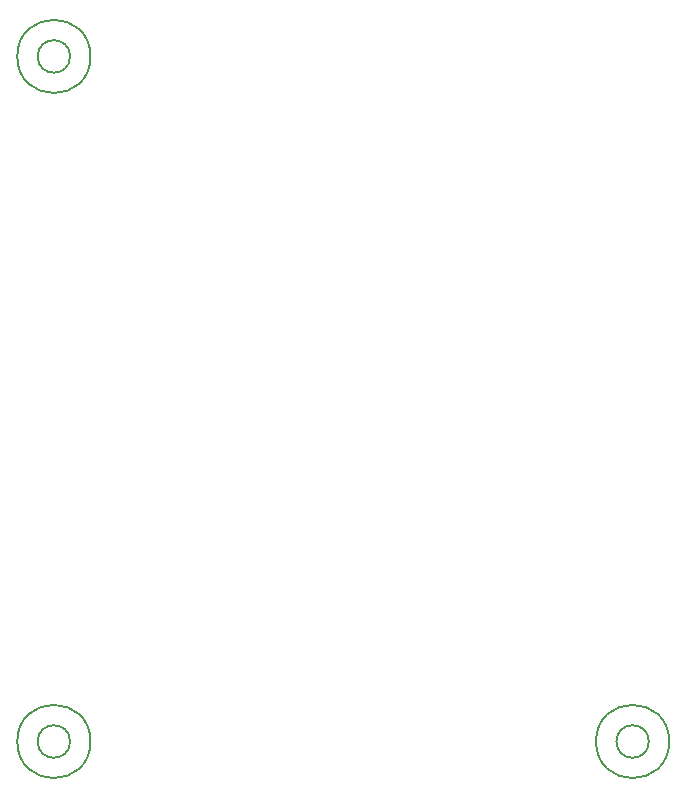
<source format=gbr>
G04 #@! TF.FileFunction,Other,Fab,Bot*
%FSLAX46Y46*%
G04 Gerber Fmt 4.6, Leading zero omitted, Abs format (unit mm)*
G04 Created by KiCad (PCBNEW 4.0.2-1.fc23-product) date Mon 23 May 2016 18:37:12 BST*
%MOMM*%
G01*
G04 APERTURE LIST*
%ADD10C,0.100000*%
%ADD11C,0.150000*%
G04 APERTURE END LIST*
D10*
D11*
X74670000Y-76100000D02*
G75*
G03X74670000Y-76100000I-3100000J0D01*
G01*
X72945000Y-76100000D02*
G75*
G03X72945000Y-76100000I-1375000J0D01*
G01*
X123670000Y-134100000D02*
G75*
G03X123670000Y-134100000I-3100000J0D01*
G01*
X121945000Y-134100000D02*
G75*
G03X121945000Y-134100000I-1375000J0D01*
G01*
X74670000Y-134100000D02*
G75*
G03X74670000Y-134100000I-3100000J0D01*
G01*
X72945000Y-134100000D02*
G75*
G03X72945000Y-134100000I-1375000J0D01*
G01*
M02*

</source>
